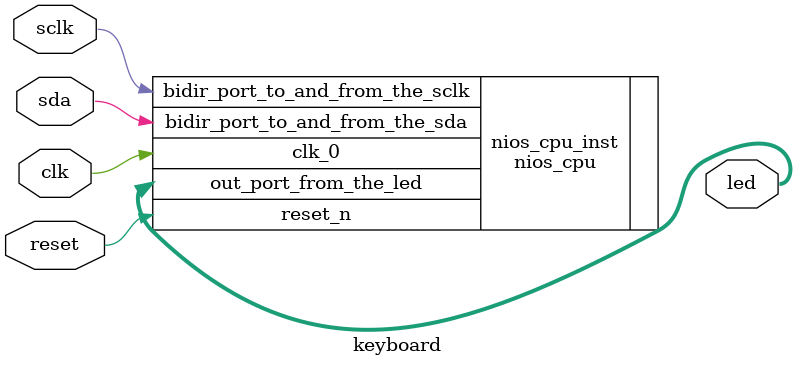
<source format=v>
module keyboard(
					clk,
					reset,
					sda,
					sclk,
					led
               );
	input clk,reset;
	output[7:0] led;
   inout sclk;
	inout sda;
	
	  //Example instantiation for system 'nios_cpu'
  nios_cpu nios_cpu_inst
    (
      .bidir_port_to_and_from_the_sda (sda),
      .clk_0                          (clk),
      .out_port_from_the_led          (led),
      .bidir_port_to_and_from_the_sclk (sclk),
      .reset_n                        (reset)
		);
endmodule

</source>
